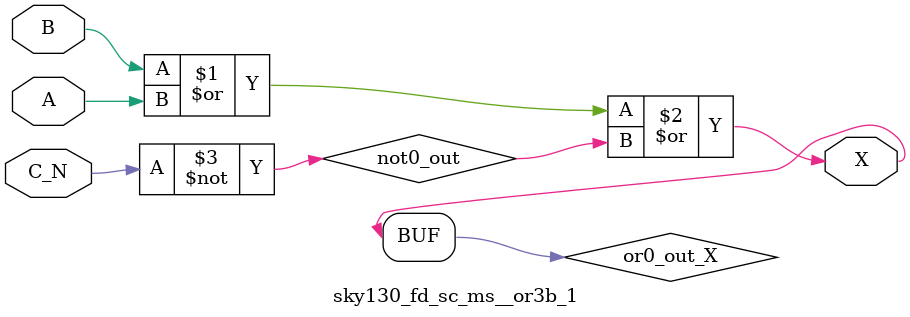
<source format=v>
/*
 * Copyright 2020 The SkyWater PDK Authors
 *
 * Licensed under the Apache License, Version 2.0 (the "License");
 * you may not use this file except in compliance with the License.
 * You may obtain a copy of the License at
 *
 *     https://www.apache.org/licenses/LICENSE-2.0
 *
 * Unless required by applicable law or agreed to in writing, software
 * distributed under the License is distributed on an "AS IS" BASIS,
 * WITHOUT WARRANTIES OR CONDITIONS OF ANY KIND, either express or implied.
 * See the License for the specific language governing permissions and
 * limitations under the License.
 *
 * SPDX-License-Identifier: Apache-2.0
*/


`ifndef SKY130_FD_SC_MS__OR3B_1_FUNCTIONAL_V
`define SKY130_FD_SC_MS__OR3B_1_FUNCTIONAL_V

/**
 * or3b: 3-input OR, first input inverted.
 *
 * Verilog simulation functional model.
 */

`timescale 1ns / 1ps
`default_nettype none

`celldefine
module sky130_fd_sc_ms__or3b_1 (
    X  ,
    A  ,
    B  ,
    C_N
);

    // Module ports
    output X  ;
    input  A  ;
    input  B  ;
    input  C_N;

    // Local signals
    wire not0_out ;
    wire or0_out_X;

    //  Name  Output     Other arguments
    not not0 (not0_out , C_N            );
    or  or0  (or0_out_X, B, A, not0_out );
    buf buf0 (X        , or0_out_X      );

endmodule
`endcelldefine

`default_nettype wire
`endif  // SKY130_FD_SC_MS__OR3B_1_FUNCTIONAL_V

</source>
